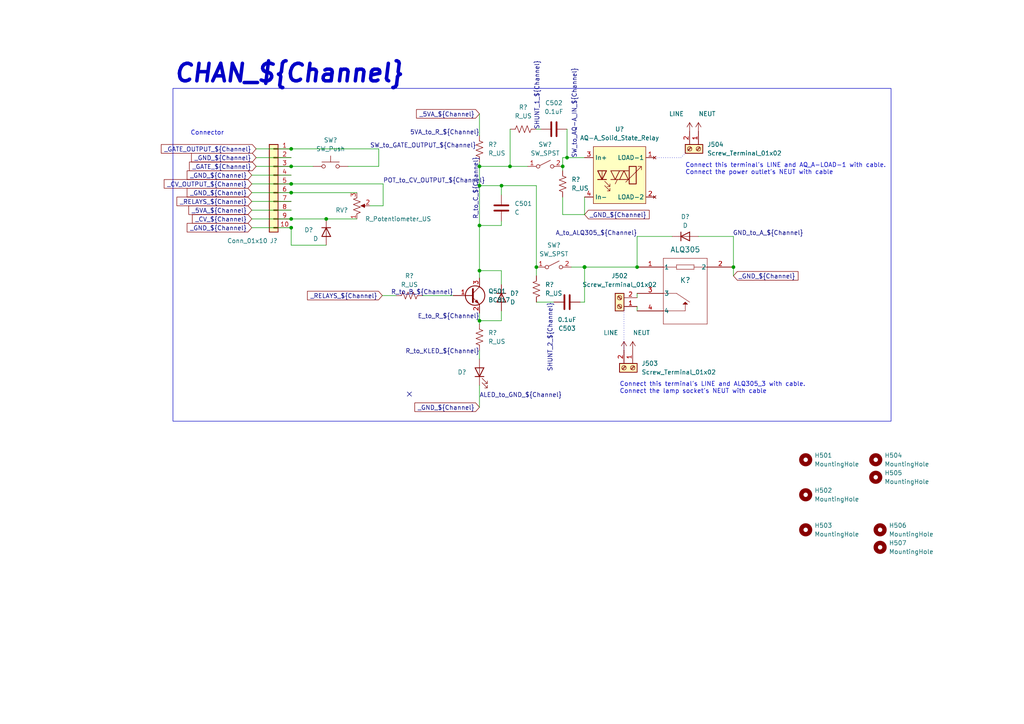
<source format=kicad_sch>
(kicad_sch (version 20230121) (generator eeschema)
  (paper "A4")
  (lib_symbols
    (symbol "Connector:Screw_Terminal_01x02" (pin_names (offset 1.016) hide)
      (property "Reference" "J" (at 0 2.54 0))
      (property "Value" "Screw_Terminal_01x02" (at 0 -5.08 0))
      (symbol "Screw_Terminal_01x02_1_1"
        (rectangle (start -1.27 1.27) (end 1.27 -3.81) (stroke (width 0.254)) (fill (type background)))
        (circle (center 0 -2.54) (radius 0.635) (stroke (width 0.1524)))
        (polyline (pts (xy -0.5334 -2.2098) (xy 0.3302 -3.048)) (stroke (width 0.1524)))
        (polyline (pts (xy -0.5334 0.3302) (xy 0.3302 -0.508)) (stroke (width 0.1524)))
        (polyline (pts (xy -0.3556 -2.032) (xy 0.508 -2.8702)) (stroke (width 0.1524)))
        (polyline (pts (xy -0.3556 0.508) (xy 0.508 -0.3302)) (stroke (width 0.1524)))
        (circle (center 0 0) (radius 0.635) (stroke (width 0.1524)))
        (pin passive line (at -5.08 0 0) (length 3.81) (name "Pin_1") (number "1"))
        (pin passive line (at -5.08 -2.54 0) (length 3.81) (name "Pin_2") (number "2"))
      )
    )
    (symbol "Connector_Generic:Conn_01x10" (pin_names (offset 1.016) hide)
      (property "Reference" "J" (at 0 12.7 0))
      (property "Value" "Conn_01x10" (at 0 -15.24 0))
      (symbol "Conn_01x10_1_1"
        (rectangle (start -1.27 -12.573) (end 0 -12.827) (stroke (width 0.1524)))
        (rectangle (start -1.27 -10.033) (end 0 -10.287) (stroke (width 0.1524)))
        (rectangle (start -1.27 -7.493) (end 0 -7.747) (stroke (width 0.1524)))
        (rectangle (start -1.27 -4.953) (end 0 -5.207) (stroke (width 0.1524)))
        (rectangle (start -1.27 -2.413) (end 0 -2.667) (stroke (width 0.1524)))
        (rectangle (start -1.27 0.127) (end 0 -0.127) (stroke (width 0.1524)))
        (rectangle (start -1.27 2.667) (end 0 2.413) (stroke (width 0.1524)))
        (rectangle (start -1.27 5.207) (end 0 4.953) (stroke (width 0.1524)))
        (rectangle (start -1.27 7.747) (end 0 7.493) (stroke (width 0.1524)))
        (rectangle (start -1.27 10.287) (end 0 10.033) (stroke (width 0.1524)))
        (rectangle (start -1.27 11.43) (end 1.27 -13.97) (stroke (width 0.254)) (fill (type background)))
        (pin passive line (at -5.08 10.16 0) (length 3.81) (name "Pin_1") (number "1"))
        (pin passive line (at -5.08 -12.7 0) (length 3.81) (name "Pin_10") (number "10"))
        (pin passive line (at -5.08 7.62 0) (length 3.81) (name "Pin_2") (number "2"))
        (pin passive line (at -5.08 5.08 0) (length 3.81) (name "Pin_3") (number "3"))
        (pin passive line (at -5.08 2.54 0) (length 3.81) (name "Pin_4") (number "4"))
        (pin passive line (at -5.08 0 0) (length 3.81) (name "Pin_5") (number "5"))
        (pin passive line (at -5.08 -2.54 0) (length 3.81) (name "Pin_6") (number "6"))
        (pin passive line (at -5.08 -5.08 0) (length 3.81) (name "Pin_7") (number "7"))
        (pin passive line (at -5.08 -7.62 0) (length 3.81) (name "Pin_8") (number "8"))
        (pin passive line (at -5.08 -10.16 0) (length 3.81) (name "Pin_9") (number "9"))
      )
    )
    (symbol "Device:C" (pin_numbers hide) (pin_names (offset 0.254))
      (property "Reference" "C" (at 0.635 2.54 0))
      (property "Value" "C" (at 0.635 -2.54 0))
      (symbol "C_0_1"
        (polyline (pts (xy -2.032 -0.762) (xy 2.032 -0.762)) (stroke (width 0.508)))
        (polyline (pts (xy -2.032 0.762) (xy 2.032 0.762)) (stroke (width 0.508)))
      )
      (symbol "C_1_1"
        (pin passive line (at 0 3.81 270) (length 2.794) (name "~") (number "1"))
        (pin passive line (at 0 -3.81 90) (length 2.794) (name "~") (number "2"))
      )
    )
    (symbol "Device:D" (pin_numbers hide) (pin_names (offset 1.016) hide)
      (property "Reference" "D" (at 0 2.54 0))
      (property "Value" "D" (at 0 -2.54 0))
      (symbol "D_0_1"
        (polyline (pts (xy -1.27 1.27) (xy -1.27 -1.27)) (stroke (width 0.254)))
        (polyline (pts (xy 1.27 0) (xy -1.27 0)))
        (polyline (pts (xy 1.27 1.27) (xy 1.27 -1.27) (xy -1.27 0) (xy 1.27 1.27)) (stroke (width 0.254)))
      )
      (symbol "D_1_1"
        (pin passive line (at -3.81 0 0) (length 2.54) (name "K") (number "1"))
        (pin passive line (at 3.81 0 180) (length 2.54) (name "A") (number "2"))
      )
    )
    (symbol "Device:LED" (pin_numbers hide) (pin_names (offset 1.016) hide)
      (property "Reference" "D" (at 0 2.54 0))
      (property "Value" "LED" (at 0 -2.54 0))
      (symbol "LED_0_1"
        (polyline (pts (xy -1.27 -1.27) (xy -1.27 1.27)) (stroke (width 0.254)))
        (polyline (pts (xy -1.27 0) (xy 1.27 0)))
        (polyline (pts (xy 1.27 -1.27) (xy 1.27 1.27) (xy -1.27 0) (xy 1.27 -1.27)) (stroke (width 0.254)))
        (polyline (pts (xy -3.048 -0.762) (xy -4.572 -2.286) (xy -3.81 -2.286) (xy -4.572 -2.286) (xy -4.572 -1.524)))
        (polyline (pts (xy -1.778 -0.762) (xy -3.302 -2.286) (xy -2.54 -2.286) (xy -3.302 -2.286) (xy -3.302 -1.524)))
      )
      (symbol "LED_1_1"
        (pin passive line (at -3.81 0 0) (length 2.54) (name "K") (number "1"))
        (pin passive line (at 3.81 0 180) (length 2.54) (name "A") (number "2"))
      )
    )
    (symbol "Device:R_Potentiometer_US" (pin_names (offset 1.016) hide)
      (property "Reference" "RV" (at -4.445 0 90))
      (property "Value" "R_Potentiometer_US" (at -2.54 0 90))
      (symbol "R_Potentiometer_US_0_1"
        (polyline (pts (xy 0 -2.286) (xy 0 -2.54)))
        (polyline (pts (xy 0 2.54) (xy 0 2.286)))
        (polyline (pts (xy 2.54 0) (xy 1.524 0)))
        (polyline (pts (xy 1.143 0) (xy 2.286 0.508) (xy 2.286 -0.508) (xy 1.143 0)) (fill (type outline)))
        (polyline (pts (xy 0 -0.762) (xy 1.016 -1.143) (xy 0 -1.524) (xy -1.016 -1.905) (xy 0 -2.286)))
        (polyline (pts (xy 0 0.762) (xy 1.016 0.381) (xy 0 0) (xy -1.016 -0.381) (xy 0 -0.762)))
        (polyline (pts (xy 0 2.286) (xy 1.016 1.905) (xy 0 1.524) (xy -1.016 1.143) (xy 0 0.762)))
      )
      (symbol "R_Potentiometer_US_1_1"
        (pin passive line (at 0 3.81 270) (length 1.27) (name "1") (number "1"))
        (pin passive line (at 3.81 0 180) (length 1.27) (name "2") (number "2"))
        (pin passive line (at 0 -3.81 90) (length 1.27) (name "3") (number "3"))
      )
    )
    (symbol "Device:R_US" (pin_numbers hide) (pin_names (offset 0))
      (property "Reference" "R" (at 2.54 0 90))
      (property "Value" "R_US" (at -2.54 0 90))
      (symbol "R_US_0_1"
        (polyline (pts (xy 0 -2.286) (xy 0 -2.54)))
        (polyline (pts (xy 0 2.286) (xy 0 2.54)))
        (polyline (pts (xy 0 -0.762) (xy 1.016 -1.143) (xy 0 -1.524) (xy -1.016 -1.905) (xy 0 -2.286)))
        (polyline (pts (xy 0 0.762) (xy 1.016 0.381) (xy 0 0) (xy -1.016 -0.381) (xy 0 -0.762)))
        (polyline (pts (xy 0 2.286) (xy 1.016 1.905) (xy 0 1.524) (xy -1.016 1.143) (xy 0 0.762)))
      )
      (symbol "R_US_1_1"
        (pin passive line (at 0 3.81 270) (length 1.27) (name "~") (number "1"))
        (pin passive line (at 0 -3.81 90) (length 1.27) (name "~") (number "2"))
      )
    )
    (symbol "Mechanical:MountingHole" (pin_names (offset 1.016))
      (property "Reference" "H" (at 0 5.08 0))
      (property "Value" "MountingHole" (at 0 3.175 0))
      (symbol "MountingHole_0_1"
        (circle (center 0 0) (radius 1.27) (stroke (width 1.27)))
      )
    )
    (symbol "Private Parts:ALQ305" (pin_names (offset 0.254))
      (property "Reference" "K" (at 0 15.875 0))
      (property "Value" "ALQ305" (at 8.89 15.24 0))
      (symbol "ALQ305_0_1"
        (polyline (pts (xy -6.35 -8.89) (xy 6.35 -8.89)) (stroke (width 0.127)))
        (polyline (pts (xy -6.35 -5.08) (xy 0 -5.08)) (stroke (width 0.127)))
        (polyline (pts (xy -6.35 7.62) (xy -2.54 7.62)) (stroke (width 0.127)))
        (polyline (pts (xy -6.35 10.16) (xy -6.35 -8.89)) (stroke (width 0.127)))
        (polyline (pts (xy -2.54 0) (xy -6.35 0)) (stroke (width 0.127)))
        (polyline (pts (xy -2.54 0) (xy 1.27 -2.54)) (stroke (width 0.127)))
        (polyline (pts (xy -2.54 8.255) (xy -2.54 6.985)) (stroke (width 0.127)))
        (polyline (pts (xy -2.54 8.255) (xy 2.54 8.255)) (stroke (width 0.127)))
        (polyline (pts (xy -0.635 -3.175) (xy 0 -2.54)) (stroke (width 0.127)))
        (polyline (pts (xy -0.635 -3.175) (xy 0.635 -3.175)) (stroke (width 0.127)))
        (polyline (pts (xy 0 -5.08) (xy 0 -3.175)) (stroke (width 0.127)))
        (polyline (pts (xy 0 -2.54) (xy 0.635 -3.175)) (stroke (width 0.127)))
        (polyline (pts (xy 2.54 6.985) (xy -2.54 6.985)) (stroke (width 0.127)))
        (polyline (pts (xy 2.54 8.255) (xy 2.54 6.985)) (stroke (width 0.127)))
        (polyline (pts (xy 6.35 -8.89) (xy 6.35 10.16)) (stroke (width 0.127)))
        (polyline (pts (xy 6.35 7.62) (xy 2.54 7.62)) (stroke (width 0.127)))
        (polyline (pts (xy 6.35 10.16) (xy -6.35 10.16)) (stroke (width 0.127)))
        (polyline (pts (xy -0.635 -3.175) (xy 0 -2.54) (xy 0.635 -3.175)) (fill (type outline)))
        (pin unspecified line (at -13.97 7.62 0) (length 7.62) (name "1") (number "1"))
        (pin unspecified line (at 13.97 7.62 180) (length 7.62) (name "2") (number "2"))
        (pin unspecified line (at -13.97 0 0) (length 7.62) (name "3") (number "3"))
        (pin unspecified line (at -13.97 -5.08 0) (length 7.62) (name "4") (number "4"))
      )
    )
    (symbol "Switch:SW_Push" (pin_numbers hide) (pin_names (offset 1.016) hide)
      (property "Reference" "SW" (at 1.27 2.54 0))
      (property "Value" "SW_Push" (at 0 -1.524 0))
      (symbol "SW_Push_0_1"
        (circle (center -2.032 0) (radius 0.508))
        (polyline (pts (xy 0 1.27) (xy 0 3.048)))
        (polyline (pts (xy 2.54 1.27) (xy -2.54 1.27)))
        (circle (center 2.032 0) (radius 0.508))
        (pin passive line (at -5.08 0 0) (length 2.54) (name "1") (number "1"))
        (pin passive line (at 5.08 0 180) (length 2.54) (name "2") (number "2"))
      )
    )
    (symbol "Switch:SW_SPST" (pin_names (offset 0) hide)
      (property "Reference" "SW" (at 0 3.175 0))
      (property "Value" "SW_SPST" (at 0 -2.54 0))
      (symbol "SW_SPST_0_0"
        (circle (center -2.032 0) (radius 0.508))
        (polyline (pts (xy -1.524 0.254) (xy 1.524 1.778)))
        (circle (center 2.032 0) (radius 0.508))
      )
      (symbol "SW_SPST_1_1"
        (pin passive line (at -5.08 0 0) (length 2.54) (name "A") (number "1"))
        (pin passive line (at 5.08 0 180) (length 2.54) (name "B") (number "2"))
      )
    )
    (symbol "Transistor_BJT:BC817" (pin_names (offset 0) hide)
      (property "Reference" "Q" (at 5.08 1.905 0))
      (property "Value" "BC817" (at 5.08 0 0))
      (symbol "BC817_0_1"
        (polyline (pts (xy 0.635 0.635) (xy 2.54 2.54)))
        (polyline (pts (xy 0.635 -0.635) (xy 2.54 -2.54) (xy 2.54 -2.54)))
        (polyline (pts (xy 0.635 1.905) (xy 0.635 -1.905) (xy 0.635 -1.905)) (stroke (width 0.508)))
        (polyline (pts (xy 1.27 -1.778) (xy 1.778 -1.27) (xy 2.286 -2.286) (xy 1.27 -1.778) (xy 1.27 -1.778)) (fill (type outline)))
        (circle (center 1.27 0) (radius 2.8194) (stroke (width 0.254)))
      )
      (symbol "BC817_1_1"
        (pin input line (at -5.08 0 0) (length 5.715) (name "B") (number "1"))
        (pin passive line (at 2.54 -5.08 90) (length 2.54) (name "E") (number "2"))
        (pin passive line (at 2.54 5.08 270) (length 2.54) (name "C") (number "3"))
      )
    )
    (symbol "power:LINE" (power) (pin_names (offset 0))
      (property "Value" "LINE" (at 0 3.81 0))
      (symbol "LINE_0_1"
        (polyline (pts (xy -0.762 1.27) (xy 0 2.54)))
        (polyline (pts (xy 0 0) (xy 0 2.54)))
        (polyline (pts (xy 0 2.54) (xy 0.762 1.27)))
      )
      (symbol "LINE_1_1"
        (pin power_in line (at 0 0 90) (length 0) hide (name "LINE") (number "1"))
      )
    )
    (symbol "power:NEUT" (power) (pin_names (offset 0))
      (property "Value" "NEUT" (at 0 3.81 0))
      (symbol "NEUT_0_1"
        (polyline (pts (xy -0.762 1.27) (xy 0 2.54)))
        (polyline (pts (xy 0 0) (xy 0 2.54)))
        (polyline (pts (xy 0 2.54) (xy 0.762 1.27)))
      )
      (symbol "NEUT_1_1"
        (pin power_in line (at 0 0 90) (length 0) hide (name "NEUT") (number "1"))
      )
    )
    (symbol "privateParts:AQ-A_Solid_State_Relay"
      (property "Reference" "U" (at 16.1925 -4.7625 90))
      (property "Value" "AQ-A_Solid_State_Relay" (at 1.27 9.525 0))
      (symbol "AQ-A_Solid_State_Relay_0_0"
        (pin no_connect line (at 10.16 3.81 180) (length 2.54) (name "LOAD-1") (number "1"))
        (pin no_connect line (at 10.16 -7.62 180) (length 2.54) (name "LOAD-2") (number "2"))
        (pin input line (at -10.16 3.81 0) (length 2.54) (name "In+") (number "3"))
        (pin input line (at -10.16 -7.62 0) (length 2.54) (name "In-") (number "4"))
      )
      (symbol "AQ-A_Solid_State_Relay_0_1"
        (rectangle (start -7.62 6.985) (end 7.62 -9.525) (fill (type background)))
        (polyline (pts (xy -5.08 -2.54) (xy -5.08 0)))
        (polyline (pts (xy -3.81 -2.54) (xy -6.35 -2.54)) (stroke (width 0.254)))
        (polyline (pts (xy -2.54 -2.54) (xy 2.54 -2.54)) (stroke (width 0.2032)))
        (polyline (pts (xy -2.54 0) (xy 2.54 0)) (stroke (width 0.2032)))
        (polyline (pts (xy -1.27 -3.81) (xy -0.635 -2.54)))
        (polyline (pts (xy -2.54 0) (xy -1.27 -2.54) (xy 0 0)) (stroke (width 0.2032)))
        (polyline (pts (xy 0 -2.54) (xy 1.27 0) (xy 2.54 -2.54)) (stroke (width 0.2032)))
        (polyline (pts (xy -3.81 0) (xy -6.35 0) (xy -5.08 -2.54) (xy -3.81 0)) (stroke (width 0.254)))
        (polyline (pts (xy -4.318 -4.318) (xy -2.794 -5.842) (xy -2.794 -5.08) (xy -2.794 -5.842) (xy -3.556 -5.842)))
        (polyline (pts (xy -4.318 -3.048) (xy -2.794 -4.572) (xy -2.794 -3.81) (xy -2.794 -4.572) (xy -3.556 -4.572)))
        (polyline (pts (xy 6.35 0.254) (xy 6.35 1.27) (xy 5.334 1.27) (xy 6.35 1.27) (xy 1.778 -3.302)))
        (rectangle (start 2.794 -3.81) (end 4.826 1.27) (stroke (width 0.254)))
      )
    )
  )
  (junction (at 169.545 77.47))
  (junction (at 169.545 77.4701))
  (junction (at 155.575 77.47))
  (junction (at 139.065 48.26))
  (junction (at 164.465 45.72))
  (junction (at 163.195 48.26))
  (junction (at 147.9193 48.26))
  (junction (at 139.065 93.0244))
  (junction (at 84.455 55.88))
  (junction (at 184.785 77.47))
  (junction (at 84.455 48.26))
  (junction (at 139.065 65.405))
  (junction (at 84.455 53.34))
  (junction (at 84.455 66.04))
  (junction (at 139.065 53.8383))
  (junction (at 145.4576 53.8472))
  (junction (at 84.455 63.5))
  (junction (at 84.455 43.18))
  (junction (at 94.615 63.5))
  (junction (at 169.5449 77.47))
  (junction (at 212.725 77.47))
  (junction (at 139.065 78.4993))
  (no_connect (at 118.745 114.3))
  (wire (pts (xy 194.945 68.58) (xy 184.785 68.58)))
  (wire (pts (xy 184.785 68.58) (xy 184.785 77.47)))
  (wire (pts (xy 163.195 45.72) (xy 163.195 48.26)))
  (wire (pts (xy 145.4576 53.8472) (xy 139.0739 53.8472)))
  (polyline (pts (xy 180.975 102.87) (xy 180.975 88.9)) (stroke (width 0) (type dot)))
  (wire (pts (xy 139.065 65.405) (xy 145.415 65.405)))
  (wire (pts (xy 145.415 53.8898) (xy 145.4576 53.8472)))
  (wire (pts (xy 184.785 85.09) (xy 184.785 86.36)))
  (wire (pts (xy 145.415 64.135) (xy 145.415 65.405)))
  (wire (pts (xy 139.065 33.02) (xy 139.065 39.37)))
  (wire (pts (xy 73.025 53.34) (xy 84.455 53.34)))
  (wire (pts (xy 163.195 45.72) (xy 164.465 45.72)))
  (wire (pts (xy 169.545 57.15) (xy 169.545 62.23)))
  (wire (pts (xy 84.455 43.18) (xy 109.855 43.18)))
  (wire (pts (xy 74.295 45.72) (xy 84.455 45.72)))
  (wire (pts (xy 139.065 93.0244) (xy 139.065 93.98)))
  (wire (pts (xy 111.125 53.34) (xy 111.125 59.69)))
  (wire (pts (xy 163.195 48.26) (xy 163.195 49.53)))
  (wire (pts (xy 73.025 55.88) (xy 84.455 55.88)))
  (wire (pts (xy 139.065 78.4993) (xy 139.065 80.645)))
  (wire (pts (xy 155.575 87.63) (xy 160.655 87.63)))
  (wire (pts (xy 169.545 77.4701) (xy 169.545 77.47)))
  (wire (pts (xy 73.025 58.42) (xy 84.455 58.42)))
  (wire (pts (xy 155.575 53.8472) (xy 145.4576 53.8472)))
  (wire (pts (xy 74.295 43.18) (xy 84.455 43.18)))
  (wire (pts (xy 139.065 90.805) (xy 139.065 93.0244)))
  (wire (pts (xy 212.725 77.47) (xy 212.725 80.01)))
  (wire (pts (xy 155.575 53.8472) (xy 155.575 77.47)))
  (wire (pts (xy 169.545 77.47) (xy 184.785 77.47)))
  (wire (pts (xy 145.415 78.4993) (xy 139.065 78.4993)))
  (wire (pts (xy 107.315 59.69) (xy 111.125 59.69)))
  (wire (pts (xy 139.065 48.26) (xy 139.065 53.8383)))
  (wire (pts (xy 84.455 63.5) (xy 94.615 63.5)))
  (wire (pts (xy 139.065 46.99) (xy 139.065 48.26)))
  (wire (pts (xy 94.615 63.5) (xy 103.505 63.5)))
  (wire (pts (xy 155.575 77.47) (xy 155.575 80.01)))
  (wire (pts (xy 164.465 37.465) (xy 164.465 45.72)))
  (wire (pts (xy 212.725 68.58) (xy 202.565 68.58)))
  (wire (pts (xy 145.415 90.17) (xy 145.415 93.0244)))
  (wire (pts (xy 145.415 93.0244) (xy 139.065 93.0244)))
  (wire (pts (xy 94.615 71.12) (xy 84.455 71.12)))
  (wire (pts (xy 139.065 65.405) (xy 139.065 78.4993)))
  (wire (pts (xy 145.415 82.55) (xy 145.415 78.4993)))
  (wire (pts (xy 84.455 71.12) (xy 84.455 66.04)))
  (wire (pts (xy 184.785 88.9) (xy 184.785 90.17)))
  (wire (pts (xy 84.455 53.34) (xy 111.125 53.34)))
  (wire (pts (xy 145.415 56.515) (xy 145.415 53.8898)))
  (wire (pts (xy 84.455 48.26) (xy 90.805 48.26)))
  (wire (pts (xy 155.575 37.465) (xy 156.845 37.465)))
  (wire (pts (xy 163.195 57.15) (xy 163.195 62.23)))
  (wire (pts (xy 74.295 48.26) (xy 84.455 48.26)))
  (wire (pts (xy 122.555 85.725) (xy 131.445 85.725)))
  (wire (pts (xy 73.025 60.96) (xy 84.455 60.96)))
  (wire (pts (xy 139.0739 53.8472) (xy 139.065 53.8383)))
  (wire (pts (xy 147.955 37.465) (xy 147.955 48.2243)))
  (wire (pts (xy 169.545 87.63) (xy 169.545 77.4701)))
  (wire (pts (xy 212.725 77.47) (xy 212.725 68.58)))
  (wire (pts (xy 73.025 50.8) (xy 84.455 50.8)))
  (wire (pts (xy 164.465 45.72) (xy 169.545 45.72)))
  (wire (pts (xy 169.5449 77.47) (xy 169.545 77.47)))
  (polyline (pts (xy 189.865 45.72) (xy 197.485 45.72)) (stroke (width 0) (type dot)))
  (wire (pts (xy 169.545 77.4701) (xy 169.5449 77.47)))
  (wire (pts (xy 114.935 85.725) (xy 110.8874 85.725)))
  (wire (pts (xy 139.065 101.6) (xy 139.065 104.14)))
  (wire (pts (xy 73.025 66.04) (xy 84.455 66.04)))
  (polyline (pts (xy 197.485 45.72) (xy 200.025 43.18)) (stroke (width 0) (type dot)))
  (wire (pts (xy 139.065 111.76) (xy 139.065 118.11)))
  (wire (pts (xy 100.965 48.26) (xy 109.855 48.26)))
  (wire (pts (xy 73.025 63.5) (xy 84.455 63.5)))
  (wire (pts (xy 147.9193 48.26) (xy 153.035 48.26)))
  (wire (pts (xy 163.195 62.23) (xy 169.545 62.23)))
  (wire (pts (xy 139.065 48.26) (xy 147.9193 48.26)))
  (wire (pts (xy 168.275 87.63) (xy 169.545 87.63)))
  (wire (pts (xy 139.065 53.8383) (xy 139.065 65.405)))
  (wire (pts (xy 147.955 48.2243) (xy 147.9193 48.26)))
  (wire (pts (xy 84.455 55.88) (xy 103.505 55.88)))
  (wire (pts (xy 165.735 77.47) (xy 169.5449 77.47)))
  (wire (pts (xy 109.855 43.18) (xy 109.855 48.26)))
  (rectangle (start 50.165 25.6407) (end 258.445 122.1607))
  (text "Connect this terminal's LINE and AQ_A-LOAD-1 with cable. \nConnect the power outlet's NEUT with cable" (at 198.755 50.8 0) (effects (font (size 1.27 1.27)) (justify left bottom)))
  (text "Connector" (at 55.245 39.37 0) (effects (font (size 1.27 1.27)) (justify left bottom)))
  (text "CHAN_${Channel}" (at 50.165 24.3707 0) (effects (font (size 5.08 5.08) (thickness 1.016) bold italic) (justify left bottom)))
  (text "Connect this terminal's LINE and ALQ305_3 with cable. \nConnect the lamp socket's NEUT with cable" (at 179.705 114.3 0) (effects (font (size 1.27 1.27)) (justify left bottom)))
  (label "R_to_C_${Channel}" (at 139.065 63.4757 90))
  (label "R_to_KLED_${Channel}" (at 139.065 102.87 180))
  (label "ALED_to_GND_${Channel}" (at 139.065 115.57 0))
  (label "5VA_to_R_${Channel}" (at 139.065 39.37 180))
  (label "GND_to_A_${Channel}" (at 212.5517 68.58 0))
  (label "SW_to_GATE_OUTPUT_${Channel}" (at 107.315 43.18 0))
  (label "SHUNT_1_${Channel}" (at 156.845 37.465 90))
  (label "E_to_R_${Channel}" (at 139.065 92.71 180))
  (label "R_to_B_${Channel}" (at 131.445 85.725 180))
  (label "SW_to_AQ-A_IN_${Channel}" (at 167.6919 45.72 90))
  (label "A_to_ALQ305_${Channel}" (at 184.785 68.58 180))
  (label "SHUNT_2_${Channel}" (at 160.655 87.63 270))
  (label "POT_to_CV_OUTPUT_${Channel}" (at 111.125 53.34 0))
  (global_label "_GND_${Channel}" (shape input) (at 74.295 45.72 180) (property "Intersheetrefs" "${INTERSHEET_REFS}" (effects hide)))
  (global_label "_RELAYS_${Channel}" (shape input) (at 110.8874 85.725 180) (property "Intersheetrefs" "${INTERSHEET_REFS}" (effects hide)))
  (global_label "_GND_${Channel}" (shape input) (at 169.545 62.23 0) (property "Intersheetrefs" "${INTERSHEET_REFS}" (effects hide)))
  (global_label "_5VA_${Channel}" (shape input) (at 139.065 33.02 180) (property "Intersheetrefs" "${INTERSHEET_REFS}" (effects hide)))
  (global_label "_GND_${Channel}" (shape input) (at 212.725 80.01 0) (property "Intersheetrefs" "${INTERSHEET_REFS}" (effects hide)))
  (global_label "_GND_${Channel}" (shape input) (at 73.025 66.04 180) (property "Intersheetrefs" "${INTERSHEET_REFS}" (effects hide)))
  (global_label "_GND_${Channel}" (shape input) (at 73.025 55.88 180) (property "Intersheetrefs" "${INTERSHEET_REFS}" (effects hide)))
  (global_label "_CV_${Channel}" (shape input) (at 73.025 63.5 180) (property "Intersheetrefs" "${INTERSHEET_REFS}" (effects hide)))
  (global_label "_GND_${Channel}" (shape input) (at 139.065 118.11 180) (property "Intersheetrefs" "${INTERSHEET_REFS}" (effects hide)))
  (global_label "_GATE_OUTPUT_${Channel}" (shape input) (at 74.295 43.18 180) (property "Intersheetrefs" "${INTERSHEET_REFS}" (effects hide)))
  (global_label "_GATE_${Channel}" (shape input) (at 74.295 48.26 180) (property "Intersheetrefs" "${INTERSHEET_REFS}" (effects hide)))
  (global_label "_5VA_${Channel}" (shape input) (at 73.025 60.96 180) (property "Intersheetrefs" "${INTERSHEET_REFS}" (effects hide)))
  (global_label "_RELAYS_${Channel}" (shape input) (at 73.025 58.42 180) (property "Intersheetrefs" "${INTERSHEET_REFS}" (effects hide)))
  (global_label "_GND_${Channel}" (shape input) (at 73.025 50.8 180) (property "Intersheetrefs" "${INTERSHEET_REFS}" (effects hide)))
  (global_label "_CV_OUTPUT_${Channel}" (shape input) (at 73.025 53.34 180) (property "Intersheetrefs" "${INTERSHEET_REFS}" (effects hide)))
  (symbol (lib_id "Device:R_US") (at 155.575 83.82 0) (mirror y) (unit 1)
    (property "Reference" "R?" (at 158.115 82.55 0) (effects (justify right)))
    (property "Value" "R_US" (at 158.115 85.09 0) (effects (justify right)))
    (property "Footprint" "Resistor_SMD:R_1206_3216Metric" (effects hide))
    (property "Digi-Key_PN" "RMCF1206JT2K20TR-ND" (effects hide))
    (instances (project "JL" (path "" (reference "R?") (unit 1)) (path "" (reference "R505") (unit 1))))
  )
  (symbol (lib_id "Device:R_US") (at 139.065 43.18 0) (unit 1)
    (property "Reference" "R?" (at 141.605 41.91 0) (effects (justify left)))
    (property "Value" "R_US" (at 141.605 44.45 0) (effects (justify left)))
    (property "Footprint" "Resistor_SMD:R_1206_3216Metric" (effects hide))
    (property "Digi-Key_PN" "RMCF1206JT2K20TR-ND" (effects hide))
    (instances (project "JL" (path "" (reference "R?") (unit 1)) (path "" (reference "R502") (unit 1))))
  )
  (symbol (lib_id "power:NEUT") (at 202.565 38.1 0) (unit 1)
    (property "Reference" "#PWR0504" (effects hide))
    (property "Value" "NEUT" (at 205.105 33.02 0))
  )
  (symbol (lib_id "Device:LED") (at 139.065 107.95 90) (unit 1)
    (property "Reference" "D?" (at 132.715 107.95 90) (effects (justify right)))
    (property "Value" "LED" (effects hide))
    (property "Footprint" "LED_THT:LED_D5.0mm" (effects hide))
    (property "Digi-Key_PN" "1497-1031-ND" (effects hide))
    (instances (project "JL" (path "" (reference "D?") (unit 1)) (path "" (reference "D502") (unit 1))))
  )
  (symbol (lib_id "Device:C") (at 164.465 87.63 90) (mirror x) (unit 1)
    (property "Reference" "C503" (at 164.465 95.25 90))
    (property "Value" "0.1uF" (at 164.465 92.71 90))
    (property "Footprint" "Capacitor_SMD:C_0805_2012Metric" (effects hide))
    (property "Digi-Key_PN" "1276-1043-2-ND" (effects hide))
  )
  (symbol (lib_id "Connector:Screw_Terminal_01x02") (at 202.565 43.18 270) (unit 1)
    (property "Reference" "J504" (at 205.105 41.91 90) (effects (justify left)))
    (property "Value" "Screw_Terminal_01x02" (at 205.105 44.45 90) (effects (justify left)))
    (property "Footprint" "TerminalBlock_WAGO:TerminalBlock_WAGO_236-402_1x02_P5.00mm_45Degree" (effects hide))
    (property "Digi-Key_PN" "2946-236-401-ND" (effects hide))
  )
  (symbol (lib_id "power:NEUT") (at 183.515 101.6 0) (unit 1)
    (property "Reference" "#PWR0502" (effects hide))
    (property "Value" "NEUT" (at 186.055 96.52 0))
  )
  (symbol (lib_id "Mechanical:MountingHole") (at 254 133.35 0) (unit 1)
    (property "Reference" "H504" (at 256.54 132.08 0) (effects (justify left)))
    (property "Value" "MountingHole" (at 256.54 134.62 0) (effects (justify left)))
    (property "Footprint" "MountingHole:MountingHole_3.2mm_M3_Pad_Via" (effects hide))
  )
  (symbol (lib_id "Device:R_US") (at 163.195 53.34 180) (unit 1)
    (property "Reference" "R?" (at 165.735 52.07 0) (effects (justify right)))
    (property "Value" "R_US" (at 165.735 54.61 0) (effects (justify right)))
    (property "Footprint" "Resistor_SMD:R_1206_3216Metric" (effects hide))
    (property "Digi-Key_PN" "RMCF1206JT2K20TR-ND" (effects hide))
    (instances (project "JL" (path "" (reference "R?") (unit 1)) (path "" (reference "R506") (unit 1))))
  )
  (symbol (lib_id "Mechanical:MountingHole") (at 255.27 158.75 0) (unit 1)
    (property "Reference" "H507" (at 257.81 157.48 0) (effects (justify left)))
    (property "Value" "MountingHole" (at 257.81 160.02 0) (effects (justify left)))
    (property "Footprint" "MountingHole:MountingHole_4.3mm_M4_Pad_Via" (effects hide))
  )
  (symbol (lib_id "Private Parts:ALQ305") (at 198.755 85.09 0) (unit 1)
    (property "Reference" "K?" (at 198.755 81.28 0) (effects (font (size 1.524 1.524))))
    (property "Value" "ALQ305" (at 198.755 72.39 0) (effects (font (size 1.524 1.524))))
    (property "Footprint" "privateParts:RELAY_ALQ3_PAN" (effects hide))
    (property "Datasheet" "ALQ305" (effects hide))
    (property "Digi-Key_PN" "255-3559-ND" (effects hide))
    (instances (project "JL" (path "" (reference "K?") (unit 1)) (path "" (reference "K501") (unit 1))))
  )
  (symbol (lib_id "Device:R_US") (at 118.745 85.725 90) (unit 1)
    (property "Reference" "R?" (at 118.745 80.01 90))
    (property "Value" "R_US" (at 118.745 82.55 90))
    (property "Footprint" "Resistor_SMD:R_1206_3216Metric" (effects hide))
    (property "Digi-Key_PN" "RMCF1206JT2K20TR-ND" (effects hide))
    (instances (project "JL" (path "" (reference "R?") (unit 1)) (path "" (reference "R501") (unit 1))))
  )
  (symbol (lib_id "Mechanical:MountingHole") (at 255.27 153.67 0) (unit 1)
    (property "Reference" "H506" (at 257.81 152.4 0) (effects (justify left)))
    (property "Value" "MountingHole" (at 257.81 154.94 0) (effects (justify left)))
    (property "Footprint" "MountingHole:MountingHole_4.3mm_M4_Pad_Via" (effects hide))
  )
  (symbol (lib_id "Device:R_Potentiometer_US") (at 103.505 59.69 0) (mirror x) (unit 1)
    (property "Reference" "RV?" (at 100.965 60.96 0) (effects (justify right)))
    (property "Value" "R_Potentiometer_US" (at 125.095 63.5 0) (effects (justify right)))
    (property "Footprint" "privateParts:POT_SEGOR_10K" (effects hide))
    (property "Digi-Key_PN" "2946-236-401-ND" (effects hide))
    (instances (project "JL" (path "" (reference "RV?") (unit 1)) (path "" (reference "RV501") (unit 1)) (path "" (reference "RV?") (unit 1))))
  )
  (symbol (lib_id "power:LINE") (at 200.025 38.1 0) (unit 1)
    (property "Reference" "#PWR0503" (effects hide))
    (property "Value" "LINE" (at 196.215 33.02 0))
  )
  (symbol (lib_id "Device:D") (at 145.415 86.36 270) (unit 1)
    (property "Reference" "D?" (at 147.955 85.09 90) (effects (justify left)))
    (property "Value" "D" (at 147.955 87.63 90) (effects (justify left)))
    (property "Footprint" "Diode_SMD:D_SOD-123" (effects hide))
    (property "Sim.Device" "D" (effects hide))
    (property "Sim.Pins" "1=K 2=A" (effects hide))
    (property "Digi-Key_PN" "1655-1N4148WTR-ND" (effects hide))
    (instances (project "JL" (path "" (reference "D?") (unit 1)) (path "" (reference "D503") (unit 1))))
  )
  (symbol (lib_id "Device:R_US") (at 151.765 37.465 270) (unit 1)
    (property "Reference" "R?" (at 151.765 31.115 90))
    (property "Value" "R_US" (at 151.765 33.655 90))
    (property "Footprint" "Resistor_SMD:R_1206_3216Metric" (effects hide))
    (property "Digi-Key_PN" "RMCF1206JT2K20TR-ND" (effects hide))
    (instances (project "JL" (path "" (reference "R?") (unit 1)) (path "" (reference "R504") (unit 1))))
  )
  (symbol (lib_id "Device:R_US") (at 139.065 97.79 180) (unit 1)
    (property "Reference" "R?" (at 141.605 96.52 0) (effects (justify right)))
    (property "Value" "R_US" (at 141.605 99.06 0) (effects (justify right)))
    (property "Footprint" "Resistor_SMD:R_1206_3216Metric" (effects hide))
    (property "Digi-Key_PN" "RMCF1206JT2K20TR-ND" (effects hide))
    (instances (project "JL" (path "" (reference "R?") (unit 1)) (path "" (reference "R503") (unit 1))))
  )
  (symbol (lib_id "Device:D") (at 94.615 67.31 270) (unit 1)
    (property "Reference" "D?" (at 88.265 66.6899 90) (effects (justify left)))
    (property "Value" "D" (at 90.805 69.2299 90) (effects (justify left)))
    (property "Footprint" "Diode_SMD:D_SOD-123" (effects hide))
    (property "Sim.Device" "D" (effects hide))
    (property "Sim.Pins" "1=K 2=A" (effects hide))
    (property "Digi-Key_PN" "1655-1N4148WTR-ND" (effects hide))
    (instances (project "JL" (path "" (reference "D?") (unit 1)) (path "" (reference "D501") (unit 1)) (path "" (reference "D?") (unit 1))))
  )
  (symbol (lib_id "Transistor_BJT:BC817") (at 136.525 85.725 0) (unit 1)
    (property "Reference" "Q501" (at 141.605 84.455 0) (effects (justify left)))
    (property "Value" "BC817" (at 141.605 86.995 0) (effects (justify left)))
    (property "Footprint" "Package_TO_SOT_SMD:SOT-23" (effects hide))
    (property "Datasheet" "https://www.onsemi.com/pub/Collateral/BC818-D.pdf" (effects hide))
    (property "Digi-Key_PN" "1727-6186-2-ND" (effects hide))
  )
  (symbol (lib_id "Mechanical:MountingHole") (at 233.68 153.67 0) (unit 1)
    (property "Reference" "H503" (at 236.22 152.4 0) (effects (justify left)))
    (property "Value" "MountingHole" (at 236.22 154.94 0) (effects (justify left)))
    (property "Footprint" "MountingHole:MountingHole_3.2mm_M3_Pad_Via" (effects hide))
  )
  (symbol (lib_id "Device:C") (at 145.415 60.325 180) (unit 1)
    (property "Reference" "C501" (at 149.225 59.055 0) (effects (justify right)))
    (property "Value" "C" (at 149.225 61.595 0) (effects (justify right)))
    (property "Footprint" "Capacitor_SMD:C_0402_1005Metric" (effects hide))
    (property "Digi-Key_PN" "1276-1043-2-ND" (effects hide))
  )
  (symbol (lib_id "Mechanical:MountingHole") (at 233.68 133.35 0) (unit 1)
    (property "Reference" "H501" (at 236.22 132.08 0) (effects (justify left)))
    (property "Value" "MountingHole" (at 236.22 134.62 0) (effects (justify left)))
    (property "Footprint" "MountingHole:MountingHole_3.2mm_M3_Pad_Via" (effects hide))
  )
  (symbol (lib_id "privateParts:AQ-A_Solid_State_Relay") (at 179.705 49.53 0) (unit 1)
    (property "Reference" "U?" (at 179.705 37.465 0))
    (property "Value" "AQ-A_Solid_State_Relay" (at 179.705 40.005 0))
    (property "Footprint" "TerminalBlock_WAGO:TerminalBlock_WAGO_236-404_1x04_P5.00mm_45Degree" (effects hide))
    (property "Datasheet" "TerminalBlock_WAGO:TerminalBlock_WAGO_236-402_1x02_P5.00mm_45Degree" (effects hide))
    (property "Digi-Key_PN" "2946-236-401-ND" (effects hide))
    (instances (project "JL" (path "" (reference "U?") (unit 1)) (path "" (reference "U501") (unit 1))))
  )
  (symbol (lib_id "Connector_Generic:Conn_01x10") (at 79.375 53.34 0) (mirror y) (unit 1)
    (property "Reference" "J?" (at 79.375 69.85 0))
    (property "Value" "Conn_01x10" (at 71.755 69.85 0))
    (property "Footprint" "Connector_PinSocket_2.54mm:PinSocket_2x05_P2.54mm_Vertical" (effects hide))
    (property "Digi-Key_PN" "ED1543-ND" (effects hide))
    (instances (project "JL" (path "" (reference "J?") (unit 1)) (path "" (reference "J501") (unit 1))))
  )
  (symbol (lib_id "Mechanical:MountingHole") (at 233.68 143.51 0) (unit 1)
    (property "Reference" "H502" (at 236.22 142.24 0) (effects (justify left)))
    (property "Value" "MountingHole" (at 236.22 144.78 0) (effects (justify left)))
    (property "Footprint" "MountingHole:MountingHole_3.2mm_M3_Pad_Via" (effects hide))
  )
  (symbol (lib_id "Device:D") (at 198.755 68.58 0) (unit 1)
    (property "Reference" "D?" (at 198.755 62.865 0))
    (property "Value" "D" (at 198.755 65.405 0))
    (property "Footprint" "Diode_SMD:D_SOD-123" (effects hide))
    (property "Sim.Device" "D" (effects hide))
    (property "Sim.Pins" "1=K 2=A" (effects hide))
    (property "Digi-Key_PN" "1655-1N4148WTR-ND" (effects hide))
    (instances (project "JL" (path "" (reference "D?") (unit 1)) (path "" (reference "D504") (unit 1))))
  )
  (symbol (lib_id "Mechanical:MountingHole") (at 254 138.43 0) (unit 1)
    (property "Reference" "H505" (at 256.54 137.16 0) (effects (justify left)))
    (property "Value" "MountingHole" (at 256.54 139.7 0) (effects (justify left)))
    (property "Footprint" "MountingHole:MountingHole_3.2mm_M3_Pad_Via" (effects hide))
  )
  (symbol (lib_id "Device:C") (at 160.655 37.465 90) (unit 1)
    (property "Reference" "C502" (at 160.655 29.845 90))
    (property "Value" "0.1uF" (at 160.655 32.385 90))
    (property "Footprint" "Capacitor_SMD:C_0805_2012Metric" (effects hide))
    (property "Digi-Key_PN" "1276-1043-2-ND" (effects hide))
  )
  (symbol (lib_id "Connector:Screw_Terminal_01x02") (at 183.515 106.68 270) (unit 1)
    (property "Reference" "J503" (at 186.055 105.41 90) (effects (justify left)))
    (property "Value" "Screw_Terminal_01x02" (at 186.055 107.95 90) (effects (justify left)))
    (property "Footprint" "TerminalBlock_WAGO:TerminalBlock_WAGO_236-402_1x02_P5.00mm_45Degree" (effects hide))
    (property "Digi-Key_PN" "2946-236-401-ND" (effects hide))
  )
  (symbol (lib_id "Switch:SW_Push") (at 95.885 48.26 0) (unit 1)
    (property "Reference" "SW?" (at 95.885 40.64 0))
    (property "Value" "SW_Push" (at 95.885 43.18 0))
    (property "Footprint" "TerminalBlock_WAGO:TerminalBlock_WAGO_236-402_1x02_P5.00mm_45Degree" (effects hide))
    (property "Digi-Key_PN" "2946-236-401-ND" (effects hide))
    (instances (project "JL" (path "" (reference "SW?") (unit 1)) (path "" (reference "SW501") (unit 1)) (path "" (reference "SW?") (unit 1))))
  )
  (symbol (lib_id "Switch:SW_SPST") (at 160.655 77.47 0) (unit 1)
    (property "Reference" "SW?" (at 160.655 71.12 0))
    (property "Value" "SW_SPST" (at 160.655 73.66 0))
    (property "Footprint" "TerminalBlock_WAGO:TerminalBlock_WAGO_236-402_1x02_P5.00mm_45Degree" (effects hide))
    (property "Digi-Key_PN" "2946-236-401-ND" (effects hide))
    (instances (project "JL" (path "" (reference "SW?") (unit 1)) (path "" (reference "SW503") (unit 1))))
  )
  (symbol (lib_id "power:LINE") (at 180.975 101.6 0) (unit 1)
    (property "Reference" "#PWR0501" (effects hide))
    (property "Value" "LINE" (at 177.165 96.52 0))
  )
  (symbol (lib_id "Connector:Screw_Terminal_01x02") (at 179.705 88.9 180) (unit 1)
    (property "Reference" "J502" (at 179.705 80.01 0))
    (property "Value" "Screw_Terminal_01x02" (at 179.705 82.55 0))
    (property "Footprint" "TerminalBlock_WAGO:TerminalBlock_WAGO_236-402_1x02_P5.00mm_45Degree" (effects hide))
    (property "Digi-Key_PN" "2946-236-401-ND" (effects hide))
  )
  (symbol (lib_id "Switch:SW_SPST") (at 158.115 48.26 0) (unit 1)
    (property "Reference" "SW?" (at 158.115 41.91 0))
    (property "Value" "SW_SPST" (at 158.115 44.45 0))
    (property "Footprint" "TerminalBlock_WAGO:TerminalBlock_WAGO_236-402_1x02_P5.00mm_45Degree" (effects hide))
    (property "Digi-Key_PN" "2946-236-401-ND" (effects hide))
    (instances (project "JL" (path "" (reference "SW?") (unit 1)) (path "" (reference "SW502") (unit 1))))
  )
)
</source>
